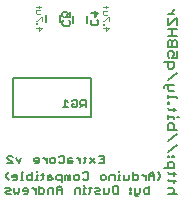
<source format=gbo>
G75*
G70*
%OFA0B0*%
%FSLAX24Y24*%
%IPPOS*%
%LPD*%
%AMOC8*
5,1,8,0,0,1.08239X$1,22.5*
%
%ADD10C,0.0060*%
%ADD11C,0.0080*%
%ADD12C,0.0040*%
D10*
X001280Y001563D02*
X001324Y001520D01*
X001454Y001520D01*
X001410Y001607D02*
X001454Y001650D01*
X001410Y001693D01*
X001280Y001693D01*
X001324Y001607D02*
X001410Y001607D01*
X001324Y001607D02*
X001280Y001563D01*
X001575Y001563D02*
X001575Y001693D01*
X001575Y001563D02*
X001618Y001520D01*
X001662Y001563D01*
X001705Y001520D01*
X001748Y001563D01*
X001748Y001693D01*
X001870Y001650D02*
X001870Y001607D01*
X002043Y001607D01*
X002043Y001650D02*
X002000Y001693D01*
X001913Y001693D01*
X001870Y001650D01*
X001913Y001520D02*
X002000Y001520D01*
X002043Y001563D01*
X002043Y001650D01*
X002159Y001693D02*
X002202Y001693D01*
X002289Y001607D01*
X002289Y001693D02*
X002289Y001520D01*
X002410Y001520D02*
X002540Y001520D01*
X002583Y001563D01*
X002583Y001650D01*
X002540Y001693D01*
X002410Y001693D01*
X002410Y001780D02*
X002410Y001520D01*
X002704Y001520D02*
X002704Y001650D01*
X002748Y001693D01*
X002878Y001693D01*
X002878Y001520D01*
X002999Y001520D02*
X002999Y001693D01*
X003086Y001780D01*
X003173Y001693D01*
X003173Y001520D01*
X003173Y001650D02*
X002999Y001650D01*
X003155Y001893D02*
X003155Y002153D01*
X003025Y002153D01*
X002982Y002110D01*
X002982Y002023D01*
X003025Y001980D01*
X003155Y001980D01*
X003276Y001980D02*
X003276Y002110D01*
X003320Y002153D01*
X003363Y002110D01*
X003363Y001980D01*
X003450Y001980D02*
X003450Y002153D01*
X003406Y002153D01*
X003363Y002110D01*
X003571Y002110D02*
X003571Y002023D01*
X003614Y001980D01*
X003701Y001980D01*
X003744Y002023D01*
X003744Y002110D01*
X003701Y002153D01*
X003614Y002153D01*
X003571Y002110D01*
X003866Y002023D02*
X003909Y001980D01*
X003996Y001980D01*
X004039Y002023D01*
X004039Y002197D01*
X003996Y002240D01*
X003909Y002240D01*
X003866Y002197D01*
X003894Y002530D02*
X003937Y002573D01*
X003937Y002747D01*
X003894Y002703D02*
X003981Y002703D01*
X004102Y002703D02*
X004275Y002530D01*
X004397Y002530D02*
X004570Y002530D01*
X004570Y002790D01*
X004397Y002790D01*
X004275Y002703D02*
X004102Y002530D01*
X003784Y002530D02*
X003784Y002703D01*
X003784Y002617D02*
X003698Y002703D01*
X003654Y002703D01*
X003495Y002703D02*
X003409Y002703D01*
X003365Y002660D01*
X003365Y002530D01*
X003495Y002530D01*
X003539Y002573D01*
X003495Y002617D01*
X003365Y002617D01*
X003244Y002573D02*
X003201Y002530D01*
X003114Y002530D01*
X003071Y002573D01*
X002949Y002573D02*
X002949Y002660D01*
X002906Y002703D01*
X002819Y002703D01*
X002776Y002660D01*
X002776Y002573D01*
X002819Y002530D01*
X002906Y002530D01*
X002949Y002573D01*
X003071Y002747D02*
X003114Y002790D01*
X003201Y002790D01*
X003244Y002747D01*
X003244Y002573D01*
X002817Y002153D02*
X002730Y002153D01*
X002687Y002110D01*
X002687Y001980D01*
X002817Y001980D01*
X002860Y002023D01*
X002817Y002067D01*
X002687Y002067D01*
X002566Y002153D02*
X002479Y002153D01*
X002522Y002197D02*
X002522Y002023D01*
X002479Y001980D01*
X002369Y001980D02*
X002283Y001980D01*
X002326Y001980D02*
X002326Y002153D01*
X002369Y002153D01*
X002326Y002240D02*
X002326Y002284D01*
X002173Y002240D02*
X002173Y001980D01*
X002043Y001980D01*
X001999Y002023D01*
X001999Y002110D01*
X002043Y002153D01*
X002173Y002153D01*
X001878Y002240D02*
X001835Y002240D01*
X001835Y001980D01*
X001878Y001980D02*
X001792Y001980D01*
X001682Y002023D02*
X001682Y002110D01*
X001638Y002153D01*
X001552Y002153D01*
X001508Y002110D01*
X001508Y002067D01*
X001682Y002067D01*
X001682Y002023D02*
X001638Y001980D01*
X001552Y001980D01*
X001387Y001980D02*
X001300Y002067D01*
X001300Y002153D01*
X001387Y002240D01*
X001352Y002530D02*
X001525Y002530D01*
X001352Y002703D01*
X001352Y002747D01*
X001395Y002790D01*
X001482Y002790D01*
X001525Y002747D01*
X001646Y002703D02*
X001733Y002530D01*
X001820Y002703D01*
X002236Y002660D02*
X002236Y002617D01*
X002409Y002617D01*
X002409Y002660D02*
X002366Y002703D01*
X002279Y002703D01*
X002236Y002660D01*
X002279Y002530D02*
X002366Y002530D01*
X002409Y002573D01*
X002409Y002660D01*
X002525Y002703D02*
X002568Y002703D01*
X002655Y002617D01*
X002655Y002703D02*
X002655Y002530D01*
X003588Y001650D02*
X003588Y001520D01*
X003588Y001650D02*
X003632Y001693D01*
X003762Y001693D01*
X003762Y001520D01*
X003872Y001520D02*
X003958Y001520D01*
X003915Y001520D02*
X003915Y001693D01*
X003958Y001693D01*
X003915Y001780D02*
X003915Y001824D01*
X004068Y001693D02*
X004155Y001693D01*
X004111Y001737D02*
X004111Y001563D01*
X004068Y001520D01*
X004276Y001563D02*
X004319Y001607D01*
X004406Y001607D01*
X004449Y001650D01*
X004406Y001693D01*
X004276Y001693D01*
X004276Y001563D02*
X004319Y001520D01*
X004449Y001520D01*
X004571Y001520D02*
X004571Y001693D01*
X004571Y001520D02*
X004701Y001520D01*
X004744Y001563D01*
X004744Y001693D01*
X004865Y001737D02*
X004909Y001780D01*
X005039Y001780D01*
X005039Y001520D01*
X004909Y001520D01*
X004865Y001563D01*
X004865Y001737D01*
X004923Y001980D02*
X004923Y002153D01*
X004793Y002153D01*
X004750Y002110D01*
X004750Y001980D01*
X004628Y002023D02*
X004585Y001980D01*
X004498Y001980D01*
X004455Y002023D01*
X004455Y002110D01*
X004498Y002153D01*
X004585Y002153D01*
X004628Y002110D01*
X004628Y002023D01*
X005033Y001980D02*
X005119Y001980D01*
X005076Y001980D02*
X005076Y002153D01*
X005119Y002153D01*
X005076Y002240D02*
X005076Y002284D01*
X005241Y002153D02*
X005241Y001980D01*
X005371Y001980D01*
X005414Y002023D01*
X005414Y002153D01*
X005535Y002153D02*
X005665Y002153D01*
X005709Y002110D01*
X005709Y002023D01*
X005665Y001980D01*
X005535Y001980D01*
X005535Y002240D01*
X005824Y002153D02*
X005868Y002153D01*
X005954Y002067D01*
X005954Y002153D02*
X005954Y001980D01*
X006075Y001980D02*
X006075Y002153D01*
X006162Y002240D01*
X006249Y002153D01*
X006249Y001980D01*
X006359Y001980D02*
X006445Y002067D01*
X006445Y002153D01*
X006359Y002240D01*
X006249Y002110D02*
X006075Y002110D01*
X006070Y001780D02*
X006070Y001520D01*
X005940Y001520D01*
X005897Y001563D01*
X005897Y001650D01*
X005940Y001693D01*
X006070Y001693D01*
X005775Y001693D02*
X005775Y001563D01*
X005732Y001520D01*
X005602Y001520D01*
X005602Y001477D02*
X005645Y001433D01*
X005689Y001433D01*
X005602Y001477D02*
X005602Y001693D01*
X005481Y001693D02*
X005481Y001650D01*
X005437Y001650D01*
X005437Y001693D01*
X005481Y001693D01*
X005481Y001563D02*
X005437Y001563D01*
X005437Y001520D01*
X005481Y001520D01*
X005481Y001563D01*
X004570Y002660D02*
X004483Y002660D01*
X003959Y004395D02*
X003959Y004655D01*
X003829Y004655D01*
X003785Y004612D01*
X003785Y004525D01*
X003829Y004482D01*
X003959Y004482D01*
X003872Y004482D02*
X003785Y004395D01*
X003664Y004438D02*
X003621Y004395D01*
X003534Y004395D01*
X003491Y004438D01*
X003491Y004525D01*
X003578Y004525D01*
X003664Y004612D02*
X003664Y004438D01*
X003664Y004612D02*
X003621Y004655D01*
X003534Y004655D01*
X003491Y004612D01*
X003370Y004568D02*
X003283Y004655D01*
X003283Y004395D01*
X003370Y004395D02*
X003196Y004395D01*
X003228Y007120D02*
X003185Y007163D01*
X003185Y007250D01*
X003228Y007293D01*
X003228Y007415D02*
X003185Y007458D01*
X003185Y007545D01*
X003228Y007588D01*
X003315Y007588D01*
X003358Y007545D01*
X003358Y007501D01*
X003315Y007415D01*
X003445Y007415D01*
X003445Y007588D01*
X003534Y007458D02*
X003534Y007222D01*
X003445Y007250D02*
X003445Y007163D01*
X003402Y007120D01*
X003228Y007120D01*
X003106Y007252D02*
X003106Y007488D01*
X003402Y007293D02*
X003445Y007250D01*
X004006Y007222D02*
X004006Y007458D01*
X004125Y007555D02*
X004385Y007555D01*
X004255Y007425D01*
X004255Y007598D01*
X004168Y007303D02*
X004125Y007260D01*
X004125Y007173D01*
X004168Y007130D01*
X004342Y007130D01*
X004385Y007173D01*
X004385Y007260D01*
X004342Y007303D01*
X002634Y007252D02*
X002634Y007488D01*
D11*
X001550Y005390D02*
X001550Y004090D01*
X004130Y004090D01*
X004130Y005390D01*
X001550Y005390D01*
X006583Y005105D02*
X006583Y005052D01*
X006583Y005105D02*
X006637Y005158D01*
X006904Y005158D01*
X006904Y004945D02*
X006743Y004945D01*
X006690Y004998D01*
X006690Y005158D01*
X006690Y005313D02*
X007010Y005527D01*
X006850Y005681D02*
X006904Y005735D01*
X006904Y005895D01*
X006583Y005895D01*
X006690Y005895D02*
X006690Y005735D01*
X006743Y005681D01*
X006850Y005681D01*
X006850Y006050D02*
X006904Y006157D01*
X006904Y006210D01*
X006850Y006263D01*
X006743Y006263D01*
X006690Y006210D01*
X006690Y006103D01*
X006743Y006050D01*
X006850Y006050D02*
X007010Y006050D01*
X007010Y006263D01*
X007010Y006418D02*
X007010Y006578D01*
X006957Y006632D01*
X006904Y006632D01*
X006850Y006578D01*
X006850Y006418D01*
X006690Y006418D02*
X006690Y006578D01*
X006743Y006632D01*
X006797Y006632D01*
X006850Y006578D01*
X006850Y006786D02*
X006850Y007000D01*
X006743Y007155D02*
X006690Y007155D01*
X006690Y007368D01*
X006690Y007523D02*
X006904Y007523D01*
X006904Y007630D02*
X006904Y007683D01*
X006904Y007630D02*
X006797Y007523D01*
X006957Y007368D02*
X006743Y007155D01*
X006690Y007000D02*
X007010Y007000D01*
X007010Y007155D02*
X007010Y007368D01*
X006957Y007368D01*
X007010Y006786D02*
X006690Y006786D01*
X006690Y006418D02*
X007010Y006418D01*
X006690Y004806D02*
X006690Y004699D01*
X006690Y004753D02*
X007010Y004753D01*
X007010Y004699D01*
X006743Y004569D02*
X006690Y004569D01*
X006690Y004515D01*
X006743Y004515D01*
X006743Y004569D01*
X006690Y004376D02*
X006743Y004323D01*
X006957Y004323D01*
X006904Y004270D02*
X006904Y004376D01*
X006904Y004077D02*
X006690Y004077D01*
X006690Y004024D02*
X006690Y004131D01*
X006743Y003869D02*
X006850Y003869D01*
X006904Y003816D01*
X006904Y003656D01*
X007010Y003656D02*
X006690Y003656D01*
X006690Y003816D01*
X006743Y003869D01*
X006904Y004024D02*
X006904Y004077D01*
X007010Y004077D02*
X007064Y004077D01*
X007010Y003501D02*
X006690Y003287D01*
X007010Y003133D02*
X006690Y002919D01*
X006690Y002788D02*
X006690Y002735D01*
X006743Y002735D01*
X006743Y002788D01*
X006690Y002788D01*
X006850Y002788D02*
X006850Y002735D01*
X006904Y002735D01*
X006904Y002788D01*
X006850Y002788D01*
X006850Y002580D02*
X006743Y002580D01*
X006690Y002527D01*
X006690Y002367D01*
X006583Y002367D02*
X006904Y002367D01*
X006904Y002527D01*
X006850Y002580D01*
X006904Y002228D02*
X006904Y002121D01*
X006957Y002174D02*
X006743Y002174D01*
X006690Y002228D01*
X006690Y001982D02*
X006743Y001929D01*
X006957Y001929D01*
X006904Y001876D02*
X006904Y001982D01*
X006850Y001721D02*
X006690Y001721D01*
X006850Y001721D02*
X006904Y001667D01*
X006904Y001561D01*
X006850Y001507D01*
X007010Y001507D02*
X006690Y001507D01*
D12*
X004640Y006930D02*
X004640Y007063D01*
X004540Y007030D02*
X004740Y007030D01*
X004640Y006930D01*
X004573Y007151D02*
X004540Y007151D01*
X004540Y007184D01*
X004573Y007184D01*
X004573Y007151D01*
X004573Y007261D02*
X004540Y007261D01*
X004573Y007261D02*
X004707Y007395D01*
X004740Y007395D01*
X004740Y007261D01*
X004673Y007482D02*
X004573Y007482D01*
X004540Y007516D01*
X004540Y007616D01*
X004673Y007616D01*
X004640Y007703D02*
X004640Y007770D01*
X004707Y007737D02*
X004540Y007737D01*
X004707Y007737D02*
X004740Y007770D01*
X002500Y007790D02*
X002467Y007757D01*
X002300Y007757D01*
X002400Y007723D02*
X002400Y007790D01*
X002433Y007636D02*
X002300Y007636D01*
X002300Y007536D01*
X002333Y007502D01*
X002433Y007502D01*
X002467Y007415D02*
X002333Y007281D01*
X002300Y007281D01*
X002300Y007204D02*
X002300Y007171D01*
X002333Y007171D01*
X002333Y007204D01*
X002300Y007204D01*
X002300Y007050D02*
X002500Y007050D01*
X002400Y006950D01*
X002400Y007083D01*
X002500Y007281D02*
X002500Y007415D01*
X002467Y007415D01*
M02*

</source>
